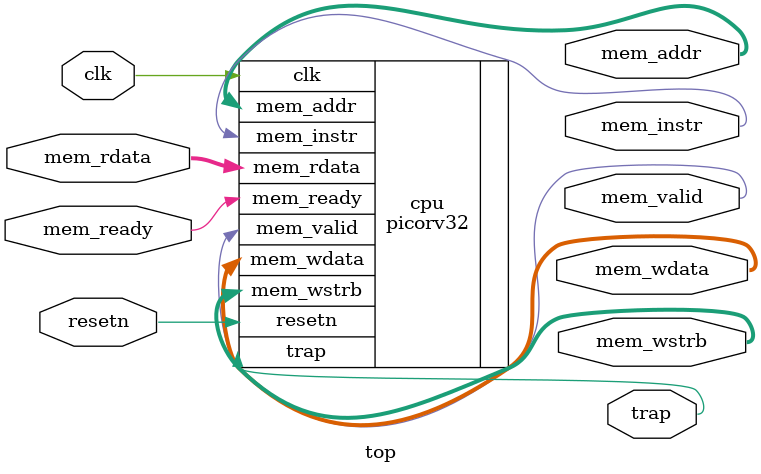
<source format=v>
module top (
	input clk, resetn,
	output trap,

	output        mem_valid,
	output        mem_instr,
	input         mem_ready,

	output [31:0] mem_addr,
	output [31:0] mem_wdata,
	output [ 3:0] mem_wstrb,
	input  [31:0] mem_rdata
);
    picorv32 #(
        .ENABLE_COUNTERS(0),
        .TWO_STAGE_SHIFT(0),
        .CATCH_MISALIGN(0),
        .CATCH_ILLINSN(0)
    ) cpu (
        .clk      (clk      ),
        .resetn   (resetn   ),
        .trap     (trap     ),
        .mem_valid(mem_valid),
        .mem_instr(mem_instr),
        .mem_ready(mem_ready),
        .mem_addr (mem_addr ),
        .mem_wdata(mem_wdata),
        .mem_wstrb(mem_wstrb),
        .mem_rdata(mem_rdata)
    );
endmodule

</source>
